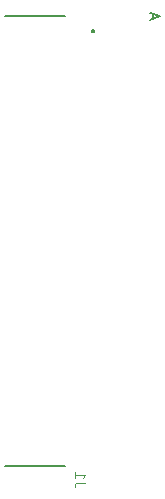
<source format=gbr>
G04 EAGLE Gerber RS-274X export*
G75*
%MOMM*%
%FSLAX34Y34*%
%LPD*%
%INSilkscreen Bottom*%
%IPPOS*%
%AMOC8*
5,1,8,0,0,1.08239X$1,22.5*%
G01*
%ADD10C,0.203200*%
%ADD11C,0.200000*%
%ADD12C,0.076200*%


D10*
X157480Y437515D02*
X165608Y440224D01*
X157480Y442934D01*
X159512Y442256D02*
X159512Y438192D01*
D11*
X85400Y440500D02*
X34600Y440500D01*
X34600Y59500D02*
X85400Y59500D01*
X108000Y427800D02*
X108002Y427863D01*
X108008Y427925D01*
X108018Y427987D01*
X108031Y428049D01*
X108049Y428109D01*
X108070Y428168D01*
X108095Y428226D01*
X108124Y428282D01*
X108156Y428336D01*
X108191Y428388D01*
X108229Y428437D01*
X108271Y428485D01*
X108315Y428529D01*
X108363Y428571D01*
X108412Y428609D01*
X108464Y428644D01*
X108518Y428676D01*
X108574Y428705D01*
X108632Y428730D01*
X108691Y428751D01*
X108751Y428769D01*
X108813Y428782D01*
X108875Y428792D01*
X108937Y428798D01*
X109000Y428800D01*
X109063Y428798D01*
X109125Y428792D01*
X109187Y428782D01*
X109249Y428769D01*
X109309Y428751D01*
X109368Y428730D01*
X109426Y428705D01*
X109482Y428676D01*
X109536Y428644D01*
X109588Y428609D01*
X109637Y428571D01*
X109685Y428529D01*
X109729Y428485D01*
X109771Y428437D01*
X109809Y428388D01*
X109844Y428336D01*
X109876Y428282D01*
X109905Y428226D01*
X109930Y428168D01*
X109951Y428109D01*
X109969Y428049D01*
X109982Y427987D01*
X109992Y427925D01*
X109998Y427863D01*
X110000Y427800D01*
X109998Y427737D01*
X109992Y427675D01*
X109982Y427613D01*
X109969Y427551D01*
X109951Y427491D01*
X109930Y427432D01*
X109905Y427374D01*
X109876Y427318D01*
X109844Y427264D01*
X109809Y427212D01*
X109771Y427163D01*
X109729Y427115D01*
X109685Y427071D01*
X109637Y427029D01*
X109588Y426991D01*
X109536Y426956D01*
X109482Y426924D01*
X109426Y426895D01*
X109368Y426870D01*
X109309Y426849D01*
X109249Y426831D01*
X109187Y426818D01*
X109125Y426808D01*
X109063Y426802D01*
X109000Y426800D01*
X108937Y426802D01*
X108875Y426808D01*
X108813Y426818D01*
X108751Y426831D01*
X108691Y426849D01*
X108632Y426870D01*
X108574Y426895D01*
X108518Y426924D01*
X108464Y426956D01*
X108412Y426991D01*
X108363Y427029D01*
X108315Y427071D01*
X108271Y427115D01*
X108229Y427163D01*
X108191Y427212D01*
X108156Y427264D01*
X108124Y427318D01*
X108095Y427374D01*
X108070Y427432D01*
X108049Y427491D01*
X108031Y427551D01*
X108018Y427613D01*
X108008Y427675D01*
X108002Y427737D01*
X108000Y427800D01*
D12*
X102599Y45180D02*
X95414Y45180D01*
X95324Y45178D01*
X95235Y45172D01*
X95146Y45162D01*
X95058Y45149D01*
X94970Y45131D01*
X94883Y45110D01*
X94797Y45085D01*
X94712Y45056D01*
X94628Y45024D01*
X94546Y44988D01*
X94466Y44948D01*
X94388Y44905D01*
X94311Y44858D01*
X94236Y44809D01*
X94164Y44756D01*
X94094Y44700D01*
X94027Y44641D01*
X93962Y44579D01*
X93900Y44514D01*
X93841Y44447D01*
X93785Y44377D01*
X93732Y44305D01*
X93683Y44230D01*
X93636Y44154D01*
X93593Y44075D01*
X93553Y43995D01*
X93517Y43913D01*
X93485Y43829D01*
X93456Y43744D01*
X93431Y43658D01*
X93410Y43571D01*
X93392Y43483D01*
X93379Y43395D01*
X93369Y43306D01*
X93363Y43217D01*
X93361Y43127D01*
X93361Y42101D01*
X100546Y49312D02*
X102599Y51878D01*
X93361Y51878D01*
X93361Y49312D02*
X93361Y54445D01*
M02*

</source>
